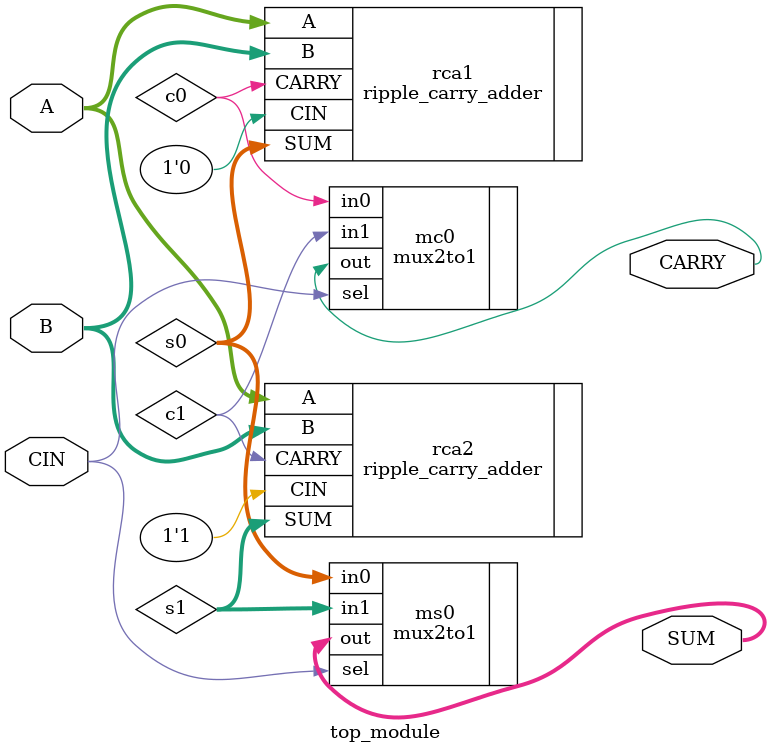
<source format=v>
/*
    4-bit Carry Select Adder
*/
`timescale 1ns / 1ps
module top_module(A, B, CIN, SUM, CARRY);
    input [3:0] A,B;
    input CIN;
    output [3:0] SUM;
    output CARRY;

    // Internal wires
    wire [3:0] s0,s1;
    wire c0,c1;

    ripple_carry_adder rca1(
        .A(A[3:0]),
        .B(B[3:0]),
        .CIN(1'b0),
        .SUM(s0[3:0]),
        .CARRY(c0));

    ripple_carry_adder rca2(
        .A(A[3:0]),
        .B(B[3:0]),
        .CIN(1'b1),
        .SUM(s1[3:0]),
        .CARRY(c1));
    // Sum Muxes
    mux2to1 #(4) ms0(
        .in0(s0[3:0]),
        .in1(s1[3:0]),
        .sel(CIN),
        .out(SUM[3:0]));
    // Carry Mux
    mux2to1 #(1) mc0(
        .in0(c0),
        .in1(c1),
        .sel(CIN),
        .out(CARRY));
endmodule
</source>
